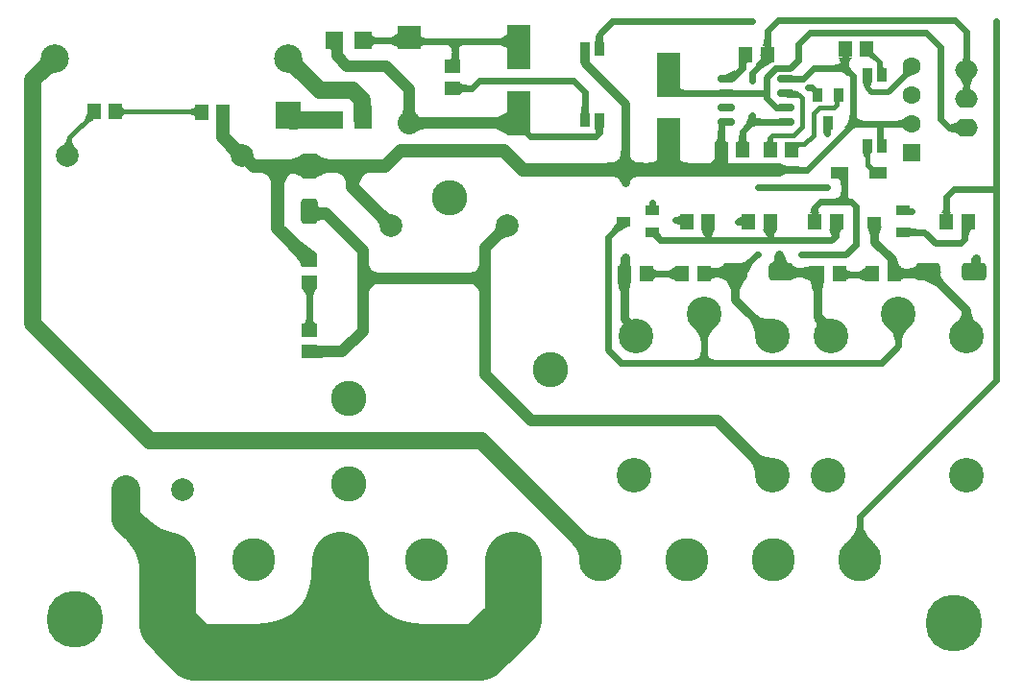
<source format=gbr>
G04*
G04 #@! TF.GenerationSoftware,Altium Limited,Altium Designer,25.0.2 (28)*
G04*
G04 Layer_Physical_Order=1*
G04 Layer_Color=8467419*
%FSTAX25Y25*%
%MOIN*%
G70*
G04*
G04 #@! TF.SameCoordinates,1D9F657F-D979-4B8D-A71A-BEDC461EC683*
G04*
G04*
G04 #@! TF.FilePolarity,Positive*
G04*
G01*
G75*
%ADD19R,0.04724X0.05512*%
%ADD20R,0.06102X0.06102*%
%ADD21R,0.03347X0.04724*%
%ADD22R,0.07874X0.15748*%
%ADD23R,0.05512X0.04724*%
G04:AMPARAMS|DCode=24|XSize=59.06mil|YSize=43.31mil|CornerRadius=3.9mil|HoleSize=0mil|Usage=FLASHONLY|Rotation=0.000|XOffset=0mil|YOffset=0mil|HoleType=Round|Shape=RoundedRectangle|*
%AMROUNDEDRECTD24*
21,1,0.05906,0.03551,0,0,0.0*
21,1,0.05126,0.04331,0,0,0.0*
1,1,0.00780,0.02563,-0.01776*
1,1,0.00780,-0.02563,-0.01776*
1,1,0.00780,-0.02563,0.01776*
1,1,0.00780,0.02563,0.01776*
%
%ADD24ROUNDEDRECTD24*%
%ADD25R,0.03200X0.04800*%
%ADD26R,0.04724X0.03347*%
G04:AMPARAMS|DCode=27|XSize=25.59mil|YSize=59.06mil|CornerRadius=6.4mil|HoleSize=0mil|Usage=FLASHONLY|Rotation=90.000|XOffset=0mil|YOffset=0mil|HoleType=Round|Shape=RoundedRectangle|*
%AMROUNDEDRECTD27*
21,1,0.02559,0.04626,0,0,90.0*
21,1,0.01280,0.05906,0,0,90.0*
1,1,0.01280,0.02313,0.00640*
1,1,0.01280,0.02313,-0.00640*
1,1,0.01280,-0.02313,-0.00640*
1,1,0.01280,-0.02313,0.00640*
%
%ADD27ROUNDEDRECTD27*%
G04:AMPARAMS|DCode=28|XSize=88.58mil|YSize=61.02mil|CornerRadius=15.26mil|HoleSize=0mil|Usage=FLASHONLY|Rotation=180.000|XOffset=0mil|YOffset=0mil|HoleType=Round|Shape=RoundedRectangle|*
%AMROUNDEDRECTD28*
21,1,0.08858,0.03051,0,0,180.0*
21,1,0.05807,0.06102,0,0,180.0*
1,1,0.03051,-0.02904,0.01526*
1,1,0.03051,0.02904,0.01526*
1,1,0.03051,0.02904,-0.01526*
1,1,0.03051,-0.02904,-0.01526*
%
%ADD28ROUNDEDRECTD28*%
G04:AMPARAMS|DCode=29|XSize=88.58mil|YSize=61.02mil|CornerRadius=15.26mil|HoleSize=0mil|Usage=FLASHONLY|Rotation=270.000|XOffset=0mil|YOffset=0mil|HoleType=Round|Shape=RoundedRectangle|*
%AMROUNDEDRECTD29*
21,1,0.08858,0.03051,0,0,270.0*
21,1,0.05807,0.06102,0,0,270.0*
1,1,0.03051,-0.01526,-0.02904*
1,1,0.03051,-0.01526,0.02904*
1,1,0.03051,0.01526,0.02904*
1,1,0.03051,0.01526,-0.02904*
%
%ADD29ROUNDEDRECTD29*%
%ADD53C,0.02362*%
%ADD54C,0.03937*%
%ADD55C,0.09843*%
%ADD56C,0.19685*%
%ADD57C,0.05906*%
%ADD58C,0.03150*%
%ADD59C,0.04724*%
%ADD60C,0.01575*%
%ADD61C,0.01968*%
%ADD62C,0.01181*%
%ADD63R,0.09000X0.09500*%
%ADD64R,0.08000X0.08000*%
%ADD65C,0.08000*%
%ADD66C,0.14961*%
%ADD67C,0.07874*%
%ADD68C,0.12268*%
%ADD69R,0.06299X0.06299*%
%ADD70C,0.06299*%
%ADD71C,0.09843*%
%ADD72C,0.12000*%
%ADD73C,0.19685*%
%ADD74C,0.01968*%
%ADD75O,0.07874X0.06299*%
G36*
X0202244Y0235733D02*
X0202342Y023441D01*
X0202387Y0234197D01*
X0202439Y0234032D01*
X0202501Y0233914D01*
X020257Y0233843D01*
X0202647Y023382D01*
X0199471D01*
X0199548Y0233843D01*
X0199618Y0233914D01*
X0199679Y0234032D01*
X0199732Y0234197D01*
X0199776Y023441D01*
X0199813Y023467D01*
X0199862Y0235331D01*
X0199878Y0236182D01*
X020224D01*
X0202244Y0235733D01*
D02*
G37*
G36*
X0260509Y0234189D02*
X0260544Y0233787D01*
X0260603Y0233433D01*
X0260685Y0233126D01*
X026079Y0232866D01*
X0260918Y0232653D01*
X026107Y0232488D01*
X0261246Y023237D01*
X0261445Y0232299D01*
X0261667Y0232275D01*
X0256966D01*
X0257189Y0232299D01*
X0257387Y023237D01*
X0257563Y0232488D01*
X0257715Y0232653D01*
X0257843Y0232866D01*
X0257948Y0233126D01*
X025803Y0233433D01*
X0258089Y0233787D01*
X0258124Y0234189D01*
X0258135Y0234638D01*
X0260498D01*
X0260509Y0234189D01*
D02*
G37*
G36*
X0131083Y0231949D02*
X0128709Y023313D01*
Y0235492D01*
X0131083Y0236673D01*
Y0231949D01*
D02*
G37*
G36*
X012211Y0236449D02*
X0122181Y0236248D01*
X01223Y0236071D01*
X0122466Y0235917D01*
X012268Y0235787D01*
X0122941Y0235681D01*
X012325Y0235598D01*
X0123606Y0235539D01*
X0124009Y0235504D01*
X012446Y0235492D01*
Y023313D01*
X0124009Y0233118D01*
X0123606Y0233083D01*
X012325Y0233024D01*
X0122941Y0232941D01*
X012268Y0232835D01*
X0122466Y0232705D01*
X01223Y0232551D01*
X0122181Y0232374D01*
X012211Y0232173D01*
X0122086Y0231949D01*
Y0236673D01*
X012211Y0236449D01*
D02*
G37*
G36*
X0169134Y0231669D02*
X0166772Y023285D01*
Y0235213D01*
X0169134Y0236394D01*
Y0231669D01*
D02*
G37*
G36*
X0139059Y0236169D02*
X013913Y0235968D01*
X0139249Y0235791D01*
X0139415Y0235638D01*
X0139629Y0235508D01*
X013989Y0235402D01*
X0140198Y0235319D01*
X0140554Y023526D01*
X0140958Y0235224D01*
X0141409Y0235213D01*
Y023285D01*
X0140958Y0232839D01*
X0140554Y0232803D01*
X0140198Y0232744D01*
X013989Y0232661D01*
X0139629Y0232555D01*
X0139415Y0232425D01*
X0139249Y0232272D01*
X013913Y0232095D01*
X0139059Y0231894D01*
X0139035Y0231669D01*
Y0236394D01*
X0139059Y0236169D01*
D02*
G37*
G36*
X0154602Y023285D02*
X0154154Y0232827D01*
X0153752Y0232756D01*
X0153398Y0232638D01*
X0153091Y0232472D01*
X0152831Y023226D01*
X0152618Y0232D01*
X0152453Y0231693D01*
X0152335Y0231339D01*
X0152264Y0230937D01*
X015224Y0230488D01*
X0149878D01*
X0149854Y0230937D01*
X0149784Y0231339D01*
X0149665Y0231693D01*
X01495Y0232D01*
X0149287Y023226D01*
X0149028Y0232472D01*
X0148721Y0232638D01*
X0148366Y0232756D01*
X0147965Y0232827D01*
X0147516Y023285D01*
X0151059Y0235213D01*
X0154602Y023285D01*
D02*
G37*
G36*
X0112098Y0231272D02*
X011211Y0228949D01*
X0108173D01*
X010817Y0229392D01*
X0108085Y02307D01*
X0108046Y023091D01*
X0108Y0231073D01*
X0107946Y023119D01*
X0107886Y023126D01*
X0107819Y0231284D01*
X0112098Y0231272D01*
D02*
G37*
G36*
X0152246Y0229518D02*
X015233Y0228455D01*
X0152381Y0228195D01*
X0152443Y0227982D01*
X0152516Y0227817D01*
X01526Y0227699D01*
X0152696Y0227628D01*
X0152803Y0227605D01*
X0148697Y0227592D01*
X0148921Y0227617D01*
X0149122Y0227689D01*
X0149299Y0227808D01*
X0149453Y0227974D01*
X0149583Y0228188D01*
X0149689Y0228449D01*
X0149772Y0228757D01*
X0149831Y0229113D01*
X0149866Y0229516D01*
X0149878Y0229967D01*
X015224D01*
X0152246Y0229518D01*
D02*
G37*
G36*
X029609Y0231024D02*
X0296077Y023085D01*
X0296116Y0230646D01*
X0296206Y0230412D01*
X0296349Y0230149D01*
X0296543Y0229855D01*
X0296789Y0229533D01*
X0297436Y0228797D01*
X0297837Y0228385D01*
X029656Y0227435D01*
X0294333Y022856D01*
X0296155Y0231169D01*
X029609Y0231024D01*
D02*
G37*
G36*
X0329752Y0228983D02*
X0329846Y0228095D01*
X0329928Y0227735D01*
X0330034Y022743D01*
X0330163Y022718D01*
X0330316Y0226986D01*
X0330492Y0226847D01*
X0330692Y0226764D01*
X0330915Y0226736D01*
X0326203D01*
X0326426Y0226764D01*
X0326626Y0226847D01*
X0326802Y0226986D01*
X0326955Y022718D01*
X0327084Y022743D01*
X032719Y0227735D01*
X0327272Y0228095D01*
X0327331Y0228511D01*
X0327366Y0228983D01*
X0327378Y022951D01*
X032974D01*
X0329752Y0228983D01*
D02*
G37*
G36*
X0197634Y0226532D02*
X0194484D01*
X0194471Y0229044D01*
X0197647D01*
X0197634Y0226532D01*
D02*
G37*
G36*
X0310151Y0225494D02*
X0310155Y0225458D01*
X0310162Y0225423D01*
X0310171Y0225388D01*
X0310184Y0225354D01*
X0310198Y0225321D01*
X0310216Y0225288D01*
X0310236Y0225257D01*
X031026Y0225226D01*
X0310285Y0225196D01*
X0308833D01*
X0308859Y0225226D01*
X0308882Y0225257D01*
X0308902Y0225288D01*
X030892Y0225321D01*
X0308935Y0225354D01*
X0308947Y0225388D01*
X0308956Y0225423D01*
X0308963Y0225458D01*
X0308967Y0225494D01*
X0308968Y0225532D01*
X031015D01*
X0310151Y0225494D01*
D02*
G37*
G36*
X0251836Y0224872D02*
X0249474D01*
X0249486Y0226788D01*
X0252571D01*
X0251836Y0224872D01*
D02*
G37*
G36*
X0299821Y0224808D02*
X0297471Y0224819D01*
X0297459Y0226394D01*
X0299034D01*
X0299821Y0224808D01*
D02*
G37*
G36*
X0261156Y0226788D02*
X025698Y0224282D01*
X0255296Y0225939D01*
X0255802Y0226461D01*
X0256588Y0227381D01*
X0256868Y0227778D01*
X0257072Y0228133D01*
X0257202Y0228446D01*
X0257256Y0228717D01*
X0257235Y0228946D01*
X0257138Y0229134D01*
X0256966Y0229279D01*
X0261156Y0226788D01*
D02*
G37*
G36*
X0287635Y0226423D02*
X0287668Y0226251D01*
X0287785Y0225827D01*
X0287935Y0225416D01*
X0288119Y022502D01*
X0288336Y0224638D01*
X0288586Y0224269D01*
X028887Y0223914D01*
X0289188Y0223573D01*
X0287517Y0221903D01*
X0287176Y022222D01*
X0286822Y0222504D01*
X0286453Y0222755D01*
X028607Y0222972D01*
X0285674Y0223156D01*
X0285264Y0223306D01*
X028484Y0223423D01*
X0284402Y0223506D01*
X028395Y0223556D01*
X0283485Y0223573D01*
X0282793Y0225935D01*
X0283242Y0225959D01*
X0283643Y022603D01*
X0283998Y0226148D01*
X0284305Y0226313D01*
X0284565Y0226526D01*
X0284777Y0226786D01*
X0284819Y0226864D01*
X0283986Y0228548D01*
X0288686D01*
X0287635Y0226423D01*
D02*
G37*
G36*
X0310235Y0222455D02*
X0309895Y0222373D01*
X030926Y0222174D01*
X0308967Y0222058D01*
X030869Y022193D01*
X0308428Y0221791D01*
X0308182Y022164D01*
X0307952Y0221478D01*
X0307738Y0221305D01*
X030754Y0221121D01*
X0305808Y0222173D01*
X0306007Y0222391D01*
X0306176Y0222618D01*
X0306317Y0222855D01*
X0306429Y0223103D01*
X0306512Y022336D01*
X0306567Y0223627D01*
X0306593Y0223904D01*
X030659Y0224191D01*
X0306558Y0224487D01*
X0306497Y0224794D01*
X0310235Y0222455D01*
D02*
G37*
G36*
X009805Y0227831D02*
X0098111Y0227652D01*
X0098212Y0227447D01*
X0098354Y0227214D01*
X0098537Y0226954D01*
X0099027Y0226353D01*
X0099681Y0225643D01*
X010007Y0225248D01*
X0095894Y0221072D01*
X0095499Y022146D01*
X0094188Y0222604D01*
X0093928Y0222788D01*
X0093695Y022293D01*
X0093489Y0223031D01*
X0093311Y0223091D01*
X0093159Y0223111D01*
X0098031Y0227982D01*
X009805Y0227831D01*
D02*
G37*
G36*
X0011959Y0223111D02*
X0011807Y0223091D01*
X0011629Y0223031D01*
X0011423Y022293D01*
X001119Y0222788D01*
X0010931Y0222604D01*
X0010329Y0222114D01*
X000962Y022146D01*
X0009224Y0221072D01*
X0005048Y0225248D01*
X0005437Y0225643D01*
X0006581Y0226954D01*
X0006764Y0227214D01*
X0006906Y0227447D01*
X0007007Y0227652D01*
X0007068Y0227831D01*
X0007087Y0227982D01*
X0011959Y0223111D01*
D02*
G37*
G36*
X0249758Y0222305D02*
X0249485Y0222027D01*
X0248445Y022082D01*
X0248302Y0220616D01*
X0248081Y0220243D01*
X0248003Y0220075D01*
X0244747Y0222292D01*
X0248088Y0223975D01*
X0249758Y0222305D01*
D02*
G37*
G36*
X0270977Y0222213D02*
Y021985D01*
X0268606Y0219843D01*
Y022222D01*
X0270977Y0222213D01*
D02*
G37*
G36*
X0295043Y0218075D02*
X0293075D01*
X0292471Y0220043D01*
X0295647D01*
X0295043Y0218075D01*
D02*
G37*
G36*
X0329786Y0218661D02*
X0329846Y0218095D01*
X0329928Y0217735D01*
X0330034Y021743D01*
X0330163Y021718D01*
X0330316Y0216986D01*
X0330492Y0216847D01*
X0330692Y0216764D01*
X0330915Y0216736D01*
X0326203D01*
X0326426Y0216764D01*
X0326626Y0216847D01*
X0326802Y0216986D01*
X0326955Y021718D01*
X0327084Y021743D01*
X032719Y0217735D01*
X0327272Y0218095D01*
X0327331Y0218511D01*
X0327341Y0218641D01*
X0326203Y0221327D01*
X0330915D01*
X0329786Y0218661D01*
D02*
G37*
G36*
X0152827Y0219902D02*
X0152898Y0219703D01*
X0153016Y0219528D01*
X0153181Y0219376D01*
X0153393Y0219247D01*
X0153653Y0219142D01*
X015396Y021906D01*
X0154315Y0219002D01*
X0154716Y0218967D01*
X0155165Y0218955D01*
Y0216593D01*
X0154716Y0216581D01*
X0154315Y0216546D01*
X015396Y0216488D01*
X0153653Y0216406D01*
X0153393Y0216301D01*
X0153181Y0216172D01*
X0153016Y021602D01*
X0152898Y0215845D01*
X0152827Y0215646D01*
X0152803Y0215424D01*
Y0220124D01*
X0152827Y0219902D01*
D02*
G37*
G36*
X0250143Y0217213D02*
Y021485D01*
X0247771Y0214843D01*
Y021722D01*
X0250143Y0217213D01*
D02*
G37*
G36*
X0242512Y0214843D02*
X0240141Y021485D01*
Y0217213D01*
X0242512Y021722D01*
Y0214843D01*
D02*
G37*
G36*
X0270497Y0216327D02*
Y0214752D01*
X0268453Y021478D01*
X0268731Y0217107D01*
X0270497Y0216327D01*
D02*
G37*
G36*
X0229008Y0218169D02*
X0229079Y0217969D01*
X0229197Y0217791D01*
X0229362Y0217638D01*
X0229575Y0217508D01*
X0229835Y0217402D01*
X0230142Y0217319D01*
X0230496Y021726D01*
X0230897Y0217224D01*
X0231346Y0217213D01*
Y021485D01*
X0230897Y0214848D01*
X0229362Y0214756D01*
X0229197Y0214721D01*
X0229079Y0214682D01*
X0229008Y0214637D01*
X0228984Y0214587D01*
Y0218394D01*
X0229008Y0218169D01*
D02*
G37*
G36*
X0284283Y0211968D02*
X0282708D01*
X0282707Y021218D01*
X0282654Y0212981D01*
X0282638Y0213037D01*
X0282619Y021307D01*
X0282598Y0213081D01*
X0284609Y0213093D01*
X0284283Y0211968D01*
D02*
G37*
G36*
X0122098Y0209791D02*
X011602D01*
X0116008Y0213572D01*
X0121913D01*
X0122098Y0209791D01*
D02*
G37*
G36*
X0197244Y0210933D02*
X0197342Y020961D01*
X0197387Y0209397D01*
X019744Y0209232D01*
X0197501Y0209114D01*
X019757Y0209043D01*
X0197647Y0209019D01*
X0194471D01*
X0194548Y0209043D01*
X0194617Y0209114D01*
X0194679Y0209232D01*
X0194731Y0209397D01*
X0194776Y020961D01*
X0194813Y020987D01*
X0194862Y0210531D01*
X0194878Y0211382D01*
X019724D01*
X0197244Y0210933D01*
D02*
G37*
G36*
X0137036Y0211025D02*
X0137102Y0210252D01*
X0137161Y0209908D01*
X0137235Y0209591D01*
X0137327Y0209303D01*
X0137435Y0209042D01*
X013756Y0208809D01*
X0137701Y0208604D01*
X0137859Y0208427D01*
X0132259D01*
X0132417Y0208604D01*
X0132558Y0208809D01*
X0132683Y0209042D01*
X0132791Y0209303D01*
X0132883Y0209591D01*
X0132957Y0209908D01*
X0133016Y0210252D01*
X0133057Y0210625D01*
X0133091Y0211453D01*
X0137028D01*
X0137036Y0211025D01*
D02*
G37*
G36*
X0060721Y0208031D02*
X0059134Y0208818D01*
Y0210393D01*
X0060721Y021118D01*
Y0208031D01*
D02*
G37*
G36*
X0035636Y0211031D02*
X0035684Y0210897D01*
X0035763Y0210779D01*
X0035874Y0210676D01*
X0036017Y021059D01*
X0036191Y0210519D01*
X0036398Y0210464D01*
X0036636Y0210424D01*
X0036905Y0210401D01*
X0037207Y0210393D01*
Y0208818D01*
X0036905Y020881D01*
X0036636Y0208787D01*
X0036398Y0208747D01*
X0036191Y0208692D01*
X0036017Y0208621D01*
X0035874Y0208535D01*
X0035763Y0208432D01*
X0035684Y0208314D01*
X0035636Y020818D01*
X003562Y0208031D01*
Y021118D01*
X0035636Y0211031D01*
D02*
G37*
G36*
X0025679Y0206874D02*
X0023451Y0205748D01*
X0022338Y0206862D01*
X0023463Y0209089D01*
X0025679Y0206874D01*
D02*
G37*
G36*
X0174558Y0207031D02*
X0174492Y0206898D01*
X0174433Y0206748D01*
X0174382Y0206579D01*
X0174338Y0206391D01*
X0174303Y0206185D01*
X0174256Y0205718D01*
X0174244Y0205457D01*
X017424Y0205177D01*
X0171878D01*
X0171874Y0205457D01*
X0171815Y0206185D01*
X017178Y0206391D01*
X0171737Y0206579D01*
X0171685Y0206748D01*
X0171626Y0206898D01*
X017156Y0207031D01*
X0171485Y0207145D01*
X0174633D01*
X0174558Y0207031D01*
D02*
G37*
G36*
X0263347Y0204843D02*
X0260976Y020485D01*
Y0207213D01*
X0263347Y020722D01*
Y0204843D01*
D02*
G37*
G36*
X010602Y0203713D02*
X0100114Y0203799D01*
Y0209705D01*
X010602Y0209791D01*
Y0203713D01*
D02*
G37*
G36*
X030731Y0203327D02*
X0307104Y0203521D01*
X0306886Y0203695D01*
X0306658Y0203849D01*
X0306418Y0203982D01*
X0306168Y0204095D01*
X0305907Y0204187D01*
X0305634Y0204258D01*
X030535Y020431D01*
X0305055Y020434D01*
X0304749Y020435D01*
Y0206713D01*
X0305055Y0206723D01*
X030535Y0206753D01*
X0305634Y0206805D01*
X0305907Y0206876D01*
X0306168Y0206968D01*
X0306418Y0207081D01*
X0306658Y0207214D01*
X0306886Y0207368D01*
X0307104Y0207542D01*
X030731Y0207736D01*
Y0203327D01*
D02*
G37*
G36*
X0255264Y0208281D02*
X0255335Y0208057D01*
X0255453Y0207859D01*
X0255618Y0207687D01*
X0255831Y0207542D01*
X025609Y0207424D01*
X0256398Y0207331D01*
X0256752Y0207265D01*
X0257154Y0207226D01*
X0257602Y0207213D01*
X025691Y020485D01*
X0256445Y0204834D01*
X0255993Y0204784D01*
X0255555Y02047D01*
X0255131Y0204583D01*
X0254721Y0204433D01*
X0254325Y0204249D01*
X0253942Y0204032D01*
X0253574Y0203781D01*
X0253219Y0203497D01*
X0252878Y020318D01*
X0251208Y020485D01*
X0251525Y0205188D01*
X0251809Y0205532D01*
X025206Y0205883D01*
X0252277Y0206241D01*
X025246Y0206606D01*
X0252611Y0206977D01*
X0252728Y0207356D01*
X0252811Y0207741D01*
X0252861Y0208133D01*
X0252878Y0208531D01*
X025524D01*
X0255264Y0208281D01*
D02*
G37*
G36*
X0138093Y0208213D02*
X0138297Y0208071D01*
X013853Y0207947D01*
X0138791Y0207839D01*
X0139079Y0207747D01*
X0139396Y0207672D01*
X0139741Y0207614D01*
X0140113Y0207573D01*
X0140941Y0207539D01*
Y0203602D01*
X0140513Y0203594D01*
X0139741Y0203527D01*
X0139396Y0203469D01*
X0139079Y0203395D01*
X0138791Y0203303D01*
X013853Y0203195D01*
X0138297Y020307D01*
X0138093Y0202929D01*
X0137916Y0202771D01*
Y0208371D01*
X0138093Y0208213D01*
D02*
G37*
G36*
X0290264Y0208626D02*
X0290335Y0208224D01*
X0290453Y020787D01*
X0290618Y0207563D01*
X0290831Y0207303D01*
X029109Y020709D01*
X0291398Y0206925D01*
X0291752Y0206807D01*
X0292154Y0206736D01*
X0292602Y0206713D01*
X0291911Y020435D01*
X0291445Y0204334D01*
X0290993Y0204284D01*
X0290555Y02042D01*
X0290131Y0204083D01*
X0289721Y0203933D01*
X0289325Y0203749D01*
X0288942Y0203532D01*
X0288574Y0203281D01*
X0288219Y0202997D01*
X0287878Y020268D01*
X0286208Y020435D01*
X0286525Y0204691D01*
X0286809Y0205046D01*
X0287059Y0205415D01*
X0287277Y0205797D01*
X028746Y0206194D01*
X0287611Y0206604D01*
X0287728Y0207028D01*
X0287811Y0207466D01*
X0287861Y0207917D01*
X0287878Y0208383D01*
X029024Y0209075D01*
X0290264Y0208626D01*
D02*
G37*
G36*
X020224Y0202415D02*
X0199878D01*
X0199471Y0204243D01*
X0202647D01*
X020224Y0202415D01*
D02*
G37*
G36*
X0281276Y0203259D02*
X0281266Y0203222D01*
X0281257Y0203159D01*
X0281249Y0203071D01*
X028123Y020247D01*
X0281228Y0202019D01*
X0278866D01*
X0278878Y020326D01*
X0281288Y0203272D01*
X0281276Y0203259D01*
D02*
G37*
G36*
X0325418Y0201974D02*
X0322559Y020285D01*
Y0205213D01*
X0325418Y0206089D01*
Y0201974D01*
D02*
G37*
G36*
X0169134Y0201634D02*
X0165197Y0203602D01*
Y0207539D01*
X0169134Y0209508D01*
Y0201634D01*
D02*
G37*
G36*
X0252009Y0200975D02*
X0252044Y0200574D01*
X0252103Y0200219D01*
X0252185Y0199912D01*
X025229Y0199653D01*
X0252418Y019944D01*
X0252571Y0199275D01*
X0252746Y0199156D01*
X0252945Y0199086D01*
X0253167Y0199062D01*
X0248466D01*
X0248689Y0199086D01*
X0248887Y0199156D01*
X0249063Y0199275D01*
X0249215Y019944D01*
X0249343Y0199653D01*
X0249448Y0199912D01*
X024953Y0200219D01*
X0249589Y0200574D01*
X0249624Y0200975D01*
X0249635Y0201424D01*
X0251998D01*
X0252009Y0200975D01*
D02*
G37*
G36*
X0261132Y0200308D02*
X0261155Y0200038D01*
X0261194Y0199801D01*
X0261249Y0199595D01*
X026132Y019942D01*
X0261406Y0199278D01*
X0261509Y0199167D01*
X0261626Y0199087D01*
X026176Y019904D01*
X0261909Y0199024D01*
X0258763D01*
X0258912Y019904D01*
X0259046Y0199087D01*
X0259164Y0199167D01*
X0259266Y0199278D01*
X0259352Y019942D01*
X0259423Y0199595D01*
X0259478Y0199801D01*
X0259517Y0200038D01*
X0259541Y0200308D01*
X0259549Y0200609D01*
X0261124D01*
X0261132Y0200308D01*
D02*
G37*
G36*
X0244522Y0202207D02*
X0244664Y0200063D01*
X0244704Y0199912D01*
X024481Y0199653D01*
X0244938Y019944D01*
X024509Y0199275D01*
X0245266Y0199156D01*
X0245464Y0199086D01*
X0245686Y0199062D01*
X024473D01*
X0244758Y0198653D01*
X0244831Y0198348D01*
X0244914Y0198127D01*
X0245008Y0197987D01*
X0241665D01*
X0241758Y0198127D01*
X0241841Y0198348D01*
X0241915Y0198653D01*
X0241979Y0199039D01*
X0241981Y0199062D01*
X0240986D01*
X0241208Y0199086D01*
X0241407Y0199156D01*
X0241582Y0199275D01*
X0241734Y019944D01*
X0241863Y0199653D01*
X0241968Y0199912D01*
X024205Y0200219D01*
X0242091Y0200466D01*
X024215Y0202207D01*
X0242155Y0203088D01*
X0244517D01*
X0244522Y0202207D01*
D02*
G37*
G36*
X0271742Y0197473D02*
X0271441Y0197465D01*
X0271172Y0197442D01*
X0270934Y0197402D01*
X0270728Y0197347D01*
X0270553Y0197276D01*
X0270411Y019719D01*
X0270299Y0197087D01*
X0270219Y0196969D01*
X0270171Y0196835D01*
X0270155Y0196686D01*
X0270167Y0199036D01*
X0271742Y0199048D01*
Y0197473D01*
D02*
G37*
G36*
X0017956Y0200259D02*
X0017973Y0199992D01*
X0018024Y01997D01*
X0018109Y0199385D01*
X0018227Y0199045D01*
X001838Y0198682D01*
X0018787Y0197882D01*
X0019042Y0197445D01*
X0019652Y01965D01*
X0014246Y0197574D01*
X0014652Y0197856D01*
X0015015Y0198141D01*
X0015335Y0198431D01*
X0015612Y0198725D01*
X0015847Y0199024D01*
X0016039Y0199326D01*
X0016189Y0199633D01*
X0016296Y0199944D01*
X001636Y0200259D01*
X0016381Y0200579D01*
X0017956Y0200259D01*
D02*
G37*
G36*
X0075121Y0199536D02*
X007617Y0198621D01*
X0076377Y0198475D01*
X0076564Y0198361D01*
X0076728Y019828D01*
X0076871Y0198232D01*
X0076992Y0198216D01*
X0073095Y0194319D01*
X0073079Y019444D01*
X0073031Y0194583D01*
X007295Y0194747D01*
X0072836Y0194934D01*
X007269Y0195141D01*
X0072298Y0195622D01*
X0071775Y019619D01*
X0071464Y0196507D01*
X0074804Y0199847D01*
X0075121Y0199536D01*
D02*
G37*
G36*
X0294847Y0193669D02*
X0293272D01*
X0292484Y0195255D01*
X0295634D01*
X0294847Y0193669D01*
D02*
G37*
G36*
X0098189Y0186611D02*
X0097738Y0186954D01*
X0097268Y0187262D01*
X0096778Y0187532D01*
X0096268Y0187767D01*
X0095738Y0187966D01*
X0095188Y0188128D01*
X0094862Y0188201D01*
X0094236Y0187992D01*
X0093622Y0187661D01*
X0093102Y0187236D01*
X0092677Y0186717D01*
X0092347Y0186102D01*
X009211Y0185394D01*
X0091969Y0184591D01*
X0091921Y0183693D01*
X0087197D01*
X008715Y0184591D01*
X0087008Y0185394D01*
X0086772Y0186102D01*
X0086441Y0186717D01*
X0086016Y0187236D01*
X0085496Y0187661D01*
X0084882Y0187992D01*
X0084173Y0188228D01*
X008337Y018837D01*
X0082472Y0188417D01*
X0089559Y0193142D01*
X0092788Y0190989D01*
Y0193142D01*
X0093418Y019316D01*
X0094028Y0193214D01*
X0094618Y0193304D01*
X0095188Y0193431D01*
X0095738Y0193593D01*
X0096268Y0193792D01*
X0096778Y0194027D01*
X0097268Y0194298D01*
X0097738Y0194605D01*
X0098189Y0194948D01*
Y0186611D01*
D02*
G37*
G36*
X0296283Y019068D02*
X0294737Y0189135D01*
X0293612Y0190692D01*
X0294725Y0191806D01*
X0296283Y019068D01*
D02*
G37*
G36*
X0265368Y019111D02*
X0265589Y0191026D01*
X0265894Y0190953D01*
X026628Y0190889D01*
X02673Y0190791D01*
X0269448Y0190717D01*
X0270329Y0190713D01*
Y018835D01*
X0269448Y0188346D01*
X0265894Y018811D01*
X0265589Y0188037D01*
X0265368Y0187953D01*
X0265228Y018786D01*
Y0191203D01*
X0265368Y019111D01*
D02*
G37*
G36*
X0227468Y0195721D02*
X022761Y0194917D01*
X0227847Y0194209D01*
X0228177Y0193595D01*
X0228602Y0193075D01*
X0229122Y019265D01*
X0229736Y0192319D01*
X0230445Y0192083D01*
X0231248Y0191941D01*
X0232146Y0191894D01*
X0225059Y0187169D01*
X0217972Y0191894D01*
X021887Y0191941D01*
X0219673Y0192083D01*
X0220382Y0192319D01*
X0220996Y019265D01*
X0221516Y0193075D01*
X0221941Y0193595D01*
X0222272Y0194209D01*
X0222508Y0194917D01*
X022265Y0195721D01*
X0222697Y0196618D01*
X0227421D01*
X0227468Y0195721D01*
D02*
G37*
G36*
X010338Y0194605D02*
X010385Y0194298D01*
X010434Y0194027D01*
X010485Y0193792D01*
X010538Y0193593D01*
X010593Y0193431D01*
X01065Y0193304D01*
X010709Y0193214D01*
X01077Y019316D01*
X010833Y0193142D01*
Y0188417D01*
X01077Y0188399D01*
X010709Y0188345D01*
X01065Y0188255D01*
X010593Y0188128D01*
X010538Y0187966D01*
X010485Y0187767D01*
X010434Y0187532D01*
X010385Y0187262D01*
X010338Y0186954D01*
X010293Y0186611D01*
Y0194948D01*
X010338Y0194605D01*
D02*
G37*
G36*
X021166Y0194712D02*
X0211681Y0194445D01*
X0211823Y019391D01*
X0212059Y0193437D01*
X021239Y0193028D01*
X0212815Y0192681D01*
X0213335Y0192398D01*
X0213949Y0192177D01*
X0214657Y019202D01*
X0215461Y0191925D01*
X0216358Y0191894D01*
Y0187169D01*
X0215461Y0187148D01*
X0214657Y0187084D01*
X0213949Y0186977D01*
X0213335Y0186827D01*
X0212815Y0186635D01*
X021239Y01864D01*
X0212059Y0186122D01*
X0211823Y0185801D01*
X0211681Y0185438D01*
X0211634Y0185031D01*
X0208484D01*
X0208437Y0185438D01*
X0208295Y0185801D01*
X0208059Y0186122D01*
X0207728Y01864D01*
X0207303Y0186635D01*
X0206784Y0186827D01*
X0206169Y0186977D01*
X0205461Y0187084D01*
X0204658Y0187148D01*
X020376Y0187169D01*
Y0191894D01*
X0204658Y0191925D01*
X0205461Y019202D01*
X0206169Y0192177D01*
X0206784Y0192398D01*
X0207303Y0192681D01*
X0207728Y0193028D01*
X0208059Y0193437D01*
X0208295Y019391D01*
X0208437Y0194445D01*
X0208475Y0194923D01*
X0208484Y0196017D01*
X0211634D01*
X021166Y0194712D01*
D02*
G37*
G36*
X028734Y018655D02*
X0287319Y0186449D01*
X0287301Y0186305D01*
X0287271Y0185888D01*
X028724Y0184095D01*
X0284878Y0184009D01*
X0284866Y0184473D01*
X0284831Y0184887D01*
X0284772Y018525D01*
X0284689Y0185563D01*
X0284583Y0185826D01*
X0284453Y0186038D01*
X0284299Y01862D01*
X0284122Y0186311D01*
X0283921Y0186372D01*
X0283697Y0186383D01*
X0287364Y0186609D01*
X028734Y018655D01*
D02*
G37*
G36*
X0122646Y0188417D02*
X0121748Y018837D01*
X0120945Y0188228D01*
X0120236Y0187992D01*
X0119622Y0187661D01*
X0119102Y0187236D01*
X0118677Y0186717D01*
X0118347Y0186102D01*
X011811Y0185394D01*
X0117968Y0184591D01*
X0117921Y0183693D01*
X0113197D01*
X011315Y0184591D01*
X0113008Y0185394D01*
X0112772Y0186102D01*
X0112441Y0186717D01*
X0112016Y0187236D01*
X0111496Y0187661D01*
X0110882Y0187992D01*
X0110173Y0188228D01*
X010937Y018837D01*
X0108472Y0188417D01*
X0115559Y0193142D01*
X0122646Y0188417D01*
D02*
G37*
G36*
X0287251Y0181411D02*
X0287284Y0181009D01*
X0287339Y0180655D01*
X0287417Y0180348D01*
X0287516Y0180088D01*
X0287638Y0179876D01*
X0287781Y017971D01*
X0287947Y0179592D01*
X0288134Y0179521D01*
X0288344Y0179498D01*
X0286059Y0177136D01*
X0282516Y0179498D01*
X0282965Y0179521D01*
X0283366Y0179592D01*
X028372Y017971D01*
X0284028Y0179876D01*
X0284287Y0180088D01*
X02845Y0180348D01*
X0284665Y0180655D01*
X0284784Y0181009D01*
X0284854Y0181411D01*
X0284878Y018186D01*
X028724D01*
X0287251Y0181411D01*
D02*
G37*
G36*
X0322752Y0176156D02*
X0322787Y0175754D01*
X0322845Y01754D01*
X0322927Y0175093D01*
X0323032Y0174833D01*
X0323161Y017462D01*
X0323313Y0174455D01*
X0323488Y0174337D01*
X0323687Y0174266D01*
X0323909Y0174242D01*
X0319209D01*
X0319431Y0174266D01*
X031963Y0174337D01*
X0319805Y0174455D01*
X0319957Y017462D01*
X0320086Y0174833D01*
X0320191Y0175093D01*
X0320273Y01754D01*
X0320331Y0175754D01*
X0320366Y0176156D01*
X0320378Y0176604D01*
X032274D01*
X0322752Y0176156D01*
D02*
G37*
G36*
X0277028Y0176043D02*
X0277059Y0175662D01*
X0277111Y0175327D01*
X0277184Y0175036D01*
X0277278Y017479D01*
X0277393Y0174588D01*
X0277529Y0174432D01*
X0277686Y017432D01*
X0277863Y0174253D01*
X0278062Y017423D01*
X0273611D01*
X0273809Y0174253D01*
X0273987Y017432D01*
X0274143Y0174432D01*
X0274279Y0174588D01*
X0274394Y017479D01*
X0274488Y0175036D01*
X0274561Y0175327D01*
X0274613Y0175662D01*
X0274645Y0176043D01*
X0274655Y0176468D01*
X0277017D01*
X0277028Y0176043D01*
D02*
G37*
G36*
X0103618Y0176845D02*
X0103698Y017672D01*
X0103832Y0176609D01*
X0104021Y0176513D01*
X0104266Y0176432D01*
X0104565Y0176366D01*
X0104919Y0176314D01*
X0105328Y0176278D01*
X0106311Y0176248D01*
Y0172311D01*
X0103487Y0171578D01*
X0103594Y0176985D01*
X0103618Y0176845D01*
D02*
G37*
G36*
X0228998Y0170429D02*
X0227493Y0170741D01*
Y0173103D01*
X0228998Y0173415D01*
Y0170429D01*
D02*
G37*
G36*
X0250498Y0170105D02*
X0249059Y017035D01*
Y0172713D01*
X0250498Y0172959D01*
Y0170105D01*
D02*
G37*
G36*
X012703Y0175288D02*
X0128079Y0174373D01*
X0128287Y0174227D01*
X0128473Y0174113D01*
X0128638Y0174032D01*
X012878Y0173984D01*
X0128902Y0173968D01*
X0125004Y0170071D01*
X0124989Y0170192D01*
X0124941Y0170335D01*
X012486Y0170499D01*
X0124746Y0170686D01*
X0124599Y0170893D01*
X0124207Y0171374D01*
X0123684Y0171942D01*
X0123373Y0172259D01*
X0126714Y0175599D01*
X012703Y0175288D01*
D02*
G37*
G36*
X0211317Y0169902D02*
X0207141Y0167385D01*
X0205617Y0169201D01*
X0206117Y0169718D01*
X0206896Y0170629D01*
X0207174Y0171024D01*
X0207379Y0171378D01*
X0207511Y0171692D01*
X0207569Y0171965D01*
X0207553Y0172198D01*
X0207463Y017239D01*
X02073Y0172542D01*
X0211317Y0169902D01*
D02*
G37*
G36*
X0298213Y0166741D02*
X0295063D01*
X0294288Y016989D01*
X0298988D01*
X0298213Y0166741D01*
D02*
G37*
G36*
X028424Y0166532D02*
X0281878D01*
X0280966Y0168754D01*
X0285282D01*
X028424Y0166532D01*
D02*
G37*
G36*
X0239998Y0166418D02*
X0237635D01*
X0236466Y0168781D01*
X0241167D01*
X0239998Y0166418D01*
D02*
G37*
G36*
X0329039Y0166392D02*
X0326677D01*
X0326689Y0168754D01*
X0330221D01*
X0329039Y0166392D01*
D02*
G37*
G36*
X0261498D02*
X0259135D01*
X0257966Y0168754D01*
X0262667D01*
X0261498Y0166392D01*
D02*
G37*
G36*
X0308833Y0169402D02*
X0308904Y016932D01*
X0309022Y0169248D01*
X0309187Y0169185D01*
X03094Y0169133D01*
X030966Y0169089D01*
X0309967Y0169056D01*
X0310723Y0169017D01*
X0311172Y0169013D01*
Y016665D01*
X0310723Y0166646D01*
X030966Y0166574D01*
X03094Y016653D01*
X0309187Y0166478D01*
X0309022Y0166415D01*
X0308904Y0166343D01*
X0308833Y0166261D01*
X0308809Y016617D01*
Y0169493D01*
X0308833Y0169402D01*
D02*
G37*
G36*
X0169059Y0166095D02*
X0168834Y0166081D01*
X01686Y0166037D01*
X0168358Y0165961D01*
X0168106Y0165854D01*
X0167845Y0165716D01*
X0167576Y0165547D01*
X0167297Y0165347D01*
X016701Y0165115D01*
X0166409Y0164558D01*
X0163625Y0167342D01*
X0163919Y0167647D01*
X0164413Y0168231D01*
X0164614Y0168509D01*
X0164783Y0168778D01*
X0164921Y0169039D01*
X0165028Y0169291D01*
X0165104Y0169533D01*
X0165148Y0169767D01*
X0165162Y0169992D01*
X0169059Y0166095D01*
D02*
G37*
G36*
X0223102Y0165867D02*
X0221431Y0164196D01*
X022101Y0164611D01*
X0219449Y0165964D01*
X0219245Y0166091D01*
X0219077Y0166169D01*
X0218946Y01662D01*
X021885Y0166182D01*
X0221797Y0167766D01*
X0223102Y0165867D01*
D02*
G37*
G36*
X0333224Y0158487D02*
X0333305Y0157224D01*
X033333Y0157136D01*
X0333359Y0157083D01*
X0333391Y0157066D01*
X0329905D01*
X0329937Y0157083D01*
X0329966Y0157136D01*
X0329991Y0157224D01*
X0330013Y0157347D01*
X0330031Y0157505D01*
X0330058Y0157926D01*
X0330073Y0158821D01*
X0333223D01*
X0333224Y0158487D01*
D02*
G37*
G36*
X0266513Y0157066D02*
X0260609Y015696D01*
X026087Y0156996D01*
X0261104Y0157091D01*
X026131Y0157247D01*
X0261489Y0157464D01*
X0261641Y015774D01*
X0261764Y0158078D01*
X026186Y0158476D01*
X0261929Y0158934D01*
X026197Y0159452D01*
X0261984Y0160031D01*
X0265134D01*
X0266513Y0157066D01*
D02*
G37*
G36*
X0254406Y0157078D02*
X0252724Y0153737D01*
X0249395Y0157066D01*
X0249577Y0156934D01*
X0249794Y0156868D01*
X0250044Y0156869D01*
X0250327Y0156937D01*
X0250644Y0157072D01*
X0250995Y0157274D01*
X025138Y0157542D01*
X0251798Y0157877D01*
X0252735Y0158748D01*
X0254406Y0157078D01*
D02*
G37*
G36*
X0305017Y0156062D02*
X0300966Y0156074D01*
X0301024Y0156096D01*
X0301076Y0156161D01*
X0301121Y0156269D01*
X0301161Y0156421D01*
X0301194Y0156617D01*
X0301222Y0156856D01*
X0301258Y0157464D01*
X030127Y0158245D01*
X030442D01*
X0305017Y0156062D01*
D02*
G37*
G36*
X0211639Y0158465D02*
X0211772Y0156794D01*
X0211833Y0156525D01*
X0211905Y0156316D01*
X0211987Y0156167D01*
X0212081Y0156078D01*
X0212186Y0156048D01*
X0207486D01*
X0207676Y0156078D01*
X0207845Y0156167D01*
X0207995Y0156316D01*
X0208125Y0156525D01*
X0208235Y0156794D01*
X0208325Y0157122D01*
X0208394Y015751D01*
X0208444Y0157957D01*
X0208484Y0159031D01*
X0211634D01*
X0211639Y0158465D01*
D02*
G37*
G36*
X0103303Y0160362D02*
X0097815Y0155662D01*
X0097769Y0156041D01*
X0097631Y0156477D01*
X00974Y0156971D01*
X0097076Y0157523D01*
X0096661Y0158131D01*
X0096153Y0158797D01*
X009486Y01603D01*
X0093198Y0162032D01*
X0096539Y0165373D01*
X0103303Y0160362D01*
D02*
G37*
G36*
X0244563Y0151241D02*
X0244335Y0151406D01*
X0244075Y0151553D01*
X0243781Y0151682D01*
X0243454Y0151795D01*
X0243094Y015189D01*
X0242701Y0151968D01*
X0242275Y0152028D01*
X0241847Y0152059D01*
X0241683Y0152045D01*
X024121Y0151969D01*
X0240801Y0151863D01*
X0240454Y0151726D01*
X0240171Y0151559D01*
X023995Y0151361D01*
X0239793Y0151133D01*
X0239698Y0150875D01*
X0239667Y0150586D01*
Y0156074D01*
X0239698Y0155918D01*
X0239793Y0155779D01*
X023995Y0155657D01*
X0240171Y015555D01*
X0240454Y015546D01*
X0240801Y0155386D01*
X024121Y0155329D01*
X024155Y01553D01*
X024167Y0155311D01*
X0242096Y0155379D01*
X0242495Y0155476D01*
X0242868Y01556D01*
X0243214Y0155751D01*
X0243534Y015593D01*
X0243827Y0156137D01*
X0244093Y0156371D01*
X0244332Y0156632D01*
X0244563Y0151241D01*
D02*
G37*
G36*
X0311562D02*
X0311368Y0151377D01*
X0311135Y0151499D01*
X0310862Y0151606D01*
X0310549Y0151699D01*
X0310197Y0151778D01*
X0309805Y0151842D01*
X0308903Y0151928D01*
X0308432Y0151948D01*
X0308218Y0151943D01*
X0307682Y0151902D01*
X030721Y0151833D01*
X0306801Y0151737D01*
X0306454Y0151614D01*
X0306171Y0151463D01*
X030595Y0151285D01*
X0305793Y0151079D01*
X0305698Y0150847D01*
X0305667Y0150586D01*
Y0156074D01*
X0305698Y015589D01*
X0305793Y0155726D01*
X030595Y015558D01*
X0306171Y0155455D01*
X0306454Y0155348D01*
X0306801Y0155261D01*
X030721Y0155193D01*
X0307682Y0155145D01*
X0308237Y0155126D01*
X030863Y0155167D01*
X0309044Y0155244D01*
X0309437Y015535D01*
X0309807Y0155488D01*
X0310156Y0155656D01*
X0310482Y0155854D01*
X0310787Y0156083D01*
X0311071Y0156343D01*
X0311332Y0156632D01*
X0311562Y0151241D01*
D02*
G37*
G36*
X0227498Y0150955D02*
X0225124Y0152136D01*
Y0154498D01*
X0227498Y0155679D01*
Y0150955D01*
D02*
G37*
G36*
X0219678Y0155455D02*
X021975Y0155254D01*
X0219868Y0155077D01*
X0220035Y0154923D01*
X0220248Y0154793D01*
X022051Y0154687D01*
X0220818Y0154604D01*
X0221174Y0154545D01*
X0221578Y015451D01*
X0222029Y0154498D01*
Y0152136D01*
X0221578Y0152124D01*
X0221174Y0152089D01*
X0220818Y015203D01*
X022051Y0151947D01*
X0220248Y0151841D01*
X0220035Y0151711D01*
X0219868Y0151557D01*
X021975Y015138D01*
X0219678Y0151179D01*
X0219655Y0150955D01*
Y0155679D01*
X0219678Y0155455D01*
D02*
G37*
G36*
X0293498Y0150656D02*
X0291124Y0151837D01*
Y01542D01*
X0293498Y0155381D01*
Y0150656D01*
D02*
G37*
G36*
X0286679Y0155156D02*
X028675Y0154955D01*
X0286868Y0154778D01*
X0287035Y0154625D01*
X0287248Y0154495D01*
X0287509Y0154389D01*
X0287818Y0154306D01*
X0288174Y0154247D01*
X0288578Y0154211D01*
X0289029Y01542D01*
Y0151837D01*
X0288578Y0151826D01*
X0288174Y015179D01*
X0287818Y0151731D01*
X0287509Y0151648D01*
X0287248Y0151542D01*
X0287035Y0151412D01*
X0286868Y0151259D01*
X028675Y0151082D01*
X0286679Y0150881D01*
X0286655Y0150656D01*
Y0155381D01*
X0286679Y0155156D01*
D02*
G37*
G36*
X0319484Y015388D02*
X0319344Y0153643D01*
X0319306Y0153349D01*
X0319368Y0152999D01*
X031953Y0152593D01*
X0319794Y015213D01*
X0320157Y0151612D01*
X0320622Y0151036D01*
X0321853Y0149717D01*
X0318357Y0148758D01*
X0313903Y0150997D01*
X0319724Y0154061D01*
X0319484Y015388D01*
D02*
G37*
G36*
X0249886Y0147835D02*
X0246736D01*
X0245163Y0151021D01*
X0251459D01*
X0249886Y0147835D01*
D02*
G37*
G36*
X0268279Y0156368D02*
X0268547Y0156132D01*
X0268841Y0155924D01*
X0269161Y0155743D01*
X0269507Y015559D01*
X026988Y0155465D01*
X0270279Y0155368D01*
X0270704Y0155298D01*
X0271155Y0155256D01*
X0271367Y015525D01*
X0274486Y0156048D01*
Y015056D01*
X0279186D01*
X0278411Y014741D01*
X0275261D01*
X0274486Y015056D01*
X0271344Y0152089D01*
X0271041Y0152084D01*
X0270086Y0152016D01*
X026966Y0151957D01*
X0269267Y015188D01*
X0268907Y0151786D01*
X0268582Y0151676D01*
X026829Y0151548D01*
X0268032Y0151403D01*
X0267808Y0151241D01*
X0268038Y0156632D01*
X0268279Y0156368D01*
D02*
G37*
G36*
X0211411Y014741D02*
X0208261D01*
X0207486Y015056D01*
X0212186D01*
X0211411Y014741D01*
D02*
G37*
G36*
X0121028Y0157687D02*
X0121028Y0157687D01*
X0121065Y0156978D01*
X0121067Y0156939D01*
X0121185Y015627D01*
X0121382Y0155679D01*
X0121658Y0155167D01*
X0122012Y0154734D01*
X0122445Y015438D01*
X0122681Y0154253D01*
X0122957Y0154104D01*
X0123547Y0153908D01*
X0124217Y0153789D01*
X0124256Y0153787D01*
X0124965Y015375D01*
Y015375D01*
X0124965D01*
Y0149813D01*
X0124217Y0149774D01*
X0123547Y0149655D01*
X0122957Y0149459D01*
X0122445Y0149183D01*
X0122012Y0148829D01*
X0121658Y0148396D01*
X0121382Y0147884D01*
X0121185Y0147293D01*
X0121067Y0146624D01*
X0121028Y0145876D01*
X0121028Y0145876D01*
Y0145876D01*
X0117091Y0151781D01*
X0121028Y0157687D01*
Y0157687D01*
D02*
G37*
G36*
X0163528Y0151781D02*
X0159591Y0145876D01*
X0159551Y0146624D01*
X0159433Y0147293D01*
X0159236Y0147884D01*
X0158961Y0148396D01*
X0158606Y0148829D01*
X0158173Y0149183D01*
X0157661Y0149459D01*
X0157071Y0149655D01*
X0156402Y0149774D01*
X0155654Y0149813D01*
Y015375D01*
X0156402Y0153789D01*
X0157071Y0153908D01*
X0157661Y0154104D01*
X0158173Y015438D01*
X0158606Y0154734D01*
X0158961Y0155167D01*
X0159236Y0155679D01*
X0159433Y015627D01*
X0159551Y0156939D01*
X0159591Y0157687D01*
X0163528Y0151781D01*
D02*
G37*
G36*
X010174Y0145819D02*
X0099378D01*
X0098197Y0148193D01*
X0102921D01*
X010174Y0145819D01*
D02*
G37*
G36*
X0330156Y0140236D02*
X0330221Y0139709D01*
X033033Y0139203D01*
X0330483Y0138718D01*
X0330679Y0138253D01*
X033092Y0137809D01*
X0331203Y0137386D01*
X0331531Y0136984D01*
X0331902Y0136602D01*
X0332316Y0136241D01*
X0324802D01*
X0325217Y0136602D01*
X0325588Y0136984D01*
X0325915Y0137386D01*
X0326199Y0137809D01*
X0326439Y0138253D01*
X0326635Y0138718D01*
X0326788Y0139203D01*
X0326897Y0139709D01*
X0326962Y0140236D01*
X0326984Y0140783D01*
X0330134D01*
X0330156Y0140236D01*
D02*
G37*
G36*
X0101752Y0138016D02*
X0101787Y0137612D01*
X0101847Y0137256D01*
X0101929Y0136947D01*
X0102035Y0136686D01*
X0102165Y0136472D01*
X0102319Y0136306D01*
X0102496Y0136188D01*
X0102697Y0136116D01*
X0102921Y0136092D01*
X0098197D01*
X0098421Y0136116D01*
X0098622Y0136188D01*
X0098799Y0136306D01*
X0098953Y0136472D01*
X0099083Y0136686D01*
X0099189Y0136947D01*
X0099272Y0137256D01*
X0099331Y0137612D01*
X0099366Y0138016D01*
X0099378Y0138467D01*
X010174D01*
X0101752Y0138016D01*
D02*
G37*
G36*
X0212493Y0137416D02*
X0209503Y0135735D01*
X0209513Y0135764D01*
X0209504Y0135808D01*
X0209475Y0135867D01*
X0209426Y0135943D01*
X0209358Y0136033D01*
X0209163Y0136261D01*
X0208723Y013672D01*
X021095Y0138947D01*
X0212493Y0137416D01*
D02*
G37*
G36*
X0278348Y0139163D02*
X0279426Y0138253D01*
X0279747Y0138033D01*
X0280049Y0137855D01*
X0280331Y0137718D01*
X0280595Y0137623D01*
X0280839Y013757D01*
X0281064Y0137558D01*
X0276411Y013502D01*
X0276524Y0135214D01*
X0276597Y0135415D01*
X027663Y0135625D01*
X0276621Y0135843D01*
X0276573Y0136069D01*
X0276484Y0136304D01*
X0276354Y0136546D01*
X0276184Y0136797D01*
X0275974Y0137056D01*
X0275723Y0137323D01*
X027795Y013955D01*
X0278348Y0139163D01*
D02*
G37*
G36*
X025591Y0138976D02*
X0256325Y0138673D01*
X0256777Y0138406D01*
X0257267Y0138176D01*
X0257795Y0137983D01*
X025836Y0137826D01*
X0258963Y0137705D01*
X0259604Y0137621D01*
X0260283Y0137574D01*
X0260999Y0137563D01*
X0255059Y0131623D01*
X0255048Y0132339D01*
X0255001Y0133018D01*
X0254917Y0133659D01*
X0254797Y0134262D01*
X0254639Y0134827D01*
X0254446Y0135355D01*
X0254216Y0135845D01*
X0253949Y0136298D01*
X0253646Y0136712D01*
X0253306Y0137089D01*
X0255533Y0139316D01*
X025591Y0138976D01*
D02*
G37*
G36*
X0308563Y0134567D02*
X0307597Y0133441D01*
X0307205Y01329D01*
X0306873Y0132373D01*
X0306601Y0131861D01*
X030639Y0131362D01*
X0306239Y0130879D01*
X0306148Y0130409D01*
X0306118Y0129954D01*
X0303756D01*
X0303726Y0130409D01*
X0303635Y0130879D01*
X0303484Y0131362D01*
X0303273Y0131861D01*
X0303001Y0132373D01*
X0302669Y01329D01*
X0302277Y0133441D01*
X0301824Y0133997D01*
X0300737Y0135152D01*
X0309137D01*
X0308563Y0134567D01*
D02*
G37*
G36*
X0241063D02*
X0240097Y0133441D01*
X0239705Y01329D01*
X0239373Y0132373D01*
X0239101Y0131861D01*
X023889Y0131362D01*
X0238739Y0130879D01*
X0238648Y0130409D01*
X0238618Y0129954D01*
X0236256D01*
X0236226Y0130409D01*
X0236135Y0130879D01*
X0235984Y0131362D01*
X0235773Y0131861D01*
X0235501Y0132373D01*
X0235169Y01329D01*
X0234777Y0133441D01*
X0234324Y0133997D01*
X0233237Y0135152D01*
X0241637D01*
X0241063Y0134567D01*
D02*
G37*
G36*
X0103342Y0128552D02*
X010346Y0128487D01*
X0103657Y012843D01*
X0103933Y012838D01*
X0104287Y0128338D01*
X0105232Y0128277D01*
X010724Y0128243D01*
Y0124305D01*
X0106492Y0124302D01*
X0103657Y0124118D01*
X010346Y0124061D01*
X0103342Y0123996D01*
X0103303Y0123924D01*
Y0128624D01*
X0103342Y0128552D01*
D02*
G37*
G36*
X0238642Y0125626D02*
X0238713Y0125224D01*
X0238831Y012487D01*
X0238996Y0124563D01*
X0239209Y0124303D01*
X0239469Y0124091D01*
X0239776Y0123925D01*
X024013Y0123807D01*
X0240531Y0123736D01*
X024098Y0123713D01*
X0237437Y012135D01*
X0233894Y0123713D01*
X0234343Y0123736D01*
X0234744Y0123807D01*
X0235098Y0123925D01*
X0235405Y0124091D01*
X0235665Y0124303D01*
X0235878Y0124563D01*
X0236043Y012487D01*
X0236161Y0125224D01*
X0236232Y0125626D01*
X0236256Y0126075D01*
X0238618D01*
X0238642Y0125626D01*
D02*
G37*
G36*
X0256305Y0091101D02*
X0256734Y0090766D01*
X0257187Y0090471D01*
X0257663Y0090217D01*
X0258161Y0090002D01*
X0258683Y0089828D01*
X0259228Y0089693D01*
X0259795Y0089599D01*
X0260386Y0089545D01*
X0260999Y0089531D01*
X0255059Y0083592D01*
X0255046Y0084205D01*
X0254992Y0084795D01*
X0254897Y0085363D01*
X0254763Y0085908D01*
X0254589Y0086429D01*
X0254374Y0086928D01*
X0254119Y0087404D01*
X0253824Y0087856D01*
X0253489Y0088286D01*
X0253114Y0088693D01*
X0255898Y0091477D01*
X0256305Y0091101D01*
D02*
G37*
G36*
X0292781Y006538D02*
X0292902Y0064826D01*
X0293105Y0064244D01*
X0293389Y0063633D01*
X0293754Y0062994D01*
X02942Y0062327D01*
X0294727Y0061631D01*
X0296025Y0060154D01*
X0296795Y0059373D01*
X0286323D01*
X0287093Y0060154D01*
X0288391Y0061631D01*
X0288918Y0062327D01*
X0289364Y0062994D01*
X0289729Y0063633D01*
X0290013Y0064244D01*
X0290216Y0064826D01*
X0290337Y006538D01*
X0290378Y0065906D01*
X029274D01*
X0292781Y006538D01*
D02*
G37*
G36*
X0196153Y0063645D02*
X0196704Y0063192D01*
X0197265Y0062792D01*
X0197836Y0062447D01*
X0198418Y0062156D01*
X019901Y0061919D01*
X0199613Y0061736D01*
X0200226Y0061607D01*
X020085Y0061532D01*
X0201484Y0061511D01*
X0194079Y0054106D01*
X0194059Y0054741D01*
X0193984Y0055364D01*
X0193855Y0055977D01*
X0193672Y005658D01*
X0193435Y0057173D01*
X0193143Y0057754D01*
X0192798Y0058326D01*
X0192399Y0058887D01*
X0191945Y0059437D01*
X0191438Y0059977D01*
X0195614Y0064153D01*
X0196153Y0063645D01*
D02*
G37*
G36*
X0041789Y0070301D02*
X0045775Y0066923D01*
X0046996Y0066066D01*
X0048164Y0065343D01*
X0049279Y0064754D01*
X005034Y00643D01*
X0051348Y0063981D01*
X0052302Y0063795D01*
X0050432Y0061925D01*
X0050869Y0061542D01*
X0050984Y0061511D01*
X0043579Y0054106D01*
X0043548Y0054222D01*
X0043454Y0054391D01*
X0043297Y0054616D01*
X004322Y0054713D01*
X0041295Y0052789D01*
X004111Y0053743D01*
X004079Y0054751D01*
X0040336Y0055812D01*
X0039748Y0056926D01*
X0039025Y0058094D01*
X0038168Y0059316D01*
X003605Y0061919D01*
X0034789Y0063301D01*
X0033394Y0064737D01*
X0040354Y0071696D01*
X0041789Y0070301D01*
D02*
G37*
G36*
X0121098Y0047788D02*
X0121689Y0044441D01*
X0122673Y0041489D01*
X0124051Y0038929D01*
X0125823Y0036764D01*
X0127988Y0034992D01*
X0130547Y0033614D01*
X01335Y003263D01*
X0136846Y003204D01*
X0140587Y0031843D01*
X0111059Y0012158D01*
X0081532Y0031843D01*
X0085272Y003204D01*
X0088618Y003263D01*
X0091571Y0033614D01*
X009413Y0034992D01*
X0096295Y0036764D01*
X0098067Y0038929D01*
X0099445Y0041489D01*
X0100429Y0044441D01*
X010102Y0047788D01*
X0101216Y0051528D01*
X0120902D01*
X0121098Y0047788D01*
D02*
G37*
D19*
X0303316Y015333D02*
D03*
X0295836D02*
D03*
X0286336Y0231292D02*
D03*
X0293816D02*
D03*
X0259316Y0229532D02*
D03*
X0251836D02*
D03*
X0267816Y0196292D02*
D03*
X0260336D02*
D03*
X0250816Y0196318D02*
D03*
X0243336D02*
D03*
X0238816Y0171524D02*
D03*
X0231336D02*
D03*
X0260316Y0171498D02*
D03*
X0252836D02*
D03*
X0229836Y015333D02*
D03*
X0237316D02*
D03*
X0217317Y0153304D02*
D03*
X0209836D02*
D03*
X0283316Y0171498D02*
D03*
X0275836D02*
D03*
X0329039D02*
D03*
X0321559D02*
D03*
X0284316Y0153304D02*
D03*
X0276836D02*
D03*
X0025802Y0209606D02*
D03*
X0033282D02*
D03*
X0070539Y0209531D02*
D03*
X0063059D02*
D03*
D20*
X0109059Y0234311D02*
D03*
X0119059D02*
D03*
X0109059Y0206752D02*
D03*
X0119059D02*
D03*
D21*
X0276679Y0215453D02*
D03*
X0284259Y0215431D02*
D03*
X0280539Y020561D02*
D03*
D22*
X0225059Y0199614D02*
D03*
Y0222449D02*
D03*
X0173059Y0231949D02*
D03*
Y0209114D02*
D03*
D23*
X0150059Y0225254D02*
D03*
Y0217774D02*
D03*
X0100559Y0158012D02*
D03*
Y0150531D02*
D03*
Y0126274D02*
D03*
Y0133754D02*
D03*
D24*
X0284445Y0188531D02*
D03*
X0297673D02*
D03*
D25*
X0299059Y0222431D02*
D03*
X0294059D02*
D03*
Y0197632D02*
D03*
X0299059D02*
D03*
X0196059Y0206631D02*
D03*
X0201059D02*
D03*
Y0231432D02*
D03*
X0196059D02*
D03*
D26*
X0209638Y0171552D02*
D03*
X0219459Y0167832D02*
D03*
X021948Y0175411D02*
D03*
X0296638Y0171552D02*
D03*
X0306459Y0167832D02*
D03*
X030648Y0175411D02*
D03*
D27*
X0265976Y0206031D02*
D03*
X0265976Y0211032D02*
D03*
Y0216032D02*
D03*
X0265976Y0221031D02*
D03*
X0245142Y0221031D02*
D03*
X0245142Y0216032D02*
D03*
Y0211032D02*
D03*
X0245142Y0206031D02*
D03*
D28*
X0331059Y0154032D02*
D03*
X0315311D02*
D03*
X0248311D02*
D03*
X0264059D02*
D03*
D29*
X0100559Y0175031D02*
D03*
Y0190779D02*
D03*
D53*
X0156802Y0217774D02*
X0159559Y0220532D01*
X0151059Y0217774D02*
X0156802D01*
X0208457Y017106D02*
X0208949Y0171552D01*
X0208457Y017037D02*
Y017106D01*
X0204059Y0165973D02*
X0208457Y017037D01*
X0204059Y0127032D02*
Y0165973D01*
X0208949Y0171552D02*
X0209638D01*
X0222266Y0165032D02*
X0239059D01*
X022064Y0166658D02*
X0222266Y0165032D01*
X0220148Y0167832D02*
X022064Y0167339D01*
X0219459Y0167832D02*
X0220148D01*
X022064Y0166658D02*
Y0167339D01*
X0256059Y0183531D02*
X0280059D01*
X0271059Y0160031D02*
X0286559D01*
X0290059Y0163531D01*
X0249689Y0154032D02*
X0255689Y0160031D01*
X0256059D01*
X0248311Y0154032D02*
X0249689D01*
X0290059Y0163531D02*
Y0176602D01*
X0281559Y0165032D02*
X0283059Y0166532D01*
Y0171241D02*
X0283316Y0171498D01*
X0283059Y0166532D02*
Y0171241D01*
X0261059Y0165032D02*
X0281559D01*
X0286059Y0178317D02*
X0288344D01*
X0290059Y0176602D01*
X0263559Y0189532D02*
X0273059D01*
X0289059Y0205532D01*
X0309559D01*
X0277685Y0178317D02*
X0286059D01*
X0285075Y0188531D02*
X0286059Y0187547D01*
Y0178317D02*
Y0187547D01*
X0284445Y0188531D02*
X0285075D01*
X0275836Y0176468D02*
X0277685Y0178317D01*
X0275836Y0171498D02*
Y0176468D01*
X0237437Y0122531D02*
X0299059D01*
X0304937Y0128409D01*
X0208559Y0122531D02*
X0237437D01*
Y0139437D01*
X0204059Y0127032D02*
X0208559Y0122531D01*
X0291559Y0069032D02*
X0338764Y0116236D01*
X0291559Y0054031D02*
Y0069032D01*
X0280047Y0202019D02*
Y0205118D01*
X0280539Y020561D01*
X0298559Y0200234D02*
Y0204532D01*
Y0200234D02*
X029864Y0200153D01*
X0298559Y0204532D02*
X0299559Y0205532D01*
X0286336Y0224754D02*
X0289059Y0222031D01*
X029864Y019805D02*
Y0200153D01*
X0289059Y0205532D02*
Y0222031D01*
X029864Y019805D02*
X0299059Y0197632D01*
X0338764Y0183531D02*
Y0197237D01*
Y0116236D02*
Y0183531D01*
X0321559Y0180032D02*
X0324309Y0182782D01*
X0338014D02*
X0338764Y0183531D01*
X0324309Y0182782D02*
X0338014D01*
X0219559Y017549D02*
Y0178032D01*
X021948Y0175411D02*
X0219559Y017549D01*
X0302845Y0153503D02*
X0303316Y0153032D01*
X0273559Y0218032D02*
X0274789D01*
X0265976Y0221031D02*
X0271804D01*
X0275527Y0224754D01*
X0286336D01*
X0257059Y0216032D02*
X0257081Y0216053D01*
X0259037D01*
X0259059Y0216032D01*
X0245142D02*
X0257059D01*
X0259059D02*
Y0221532D01*
Y0214397D02*
Y0216032D01*
Y0214397D02*
X0262424Y0211032D01*
X0259059Y0221532D02*
X0262122Y0224594D01*
X0262424Y0211032D02*
X0265976D01*
X0274059Y0237032D02*
X0314559D01*
X0267122Y0224594D02*
X0270022Y0227495D01*
Y0232995D02*
X0274059Y0237032D01*
X0270022Y0227495D02*
Y0232995D01*
X0262122Y0224594D02*
X0267122D01*
X0319559Y0207031D02*
Y0232031D01*
X0314559Y0237032D02*
X0319559Y0232031D01*
Y0207031D02*
X0322559Y0204031D01*
X0228539Y0216032D02*
X0245142D01*
X0322559Y0204031D02*
X0328559D01*
X0258135Y022835D02*
X0259316Y0229532D01*
X0254059Y0223031D02*
X0258135Y0227108D01*
X0254059Y0220532D02*
Y0223031D01*
X0258135Y0227108D02*
Y022835D01*
X0286336Y0224754D02*
Y0231292D01*
X0274789Y0218032D02*
X0276679Y0216142D01*
Y0215453D02*
Y0216142D01*
X0225059Y0219512D02*
Y0223449D01*
Y0219512D02*
X0228539Y0216032D01*
X0159559Y0220532D02*
X0192059D01*
X0196059Y0206631D02*
Y0216531D01*
X0192059Y0220532D02*
X0196059Y0216531D01*
X0100559Y0133246D02*
Y0150023D01*
X0338764Y0197237D02*
Y0241066D01*
X0321559Y0171498D02*
Y0180032D01*
X0205559Y0241032D02*
X0254059D01*
X0201059Y0236531D02*
X0205559Y0241032D01*
X0201059Y0231432D02*
Y0236531D01*
X0177205Y0201031D02*
X0199675D01*
X0173059Y0205177D02*
X0177205Y0201031D01*
X0173059Y0208327D02*
Y0209114D01*
Y0205177D02*
Y0208327D01*
X0201059Y0202415D02*
Y0206631D01*
X0199675Y0201031D02*
X0201059Y0202415D01*
X0259316Y0237789D02*
X0263059Y0241531D01*
X0259316Y0229532D02*
Y0237789D01*
X0263059Y0241531D02*
X0324559D01*
X0328559Y0237531D01*
Y0224031D02*
Y0237531D01*
X0151059Y0234032D02*
X0170976D01*
X0151059Y0225254D02*
Y0234032D01*
X013752D02*
X0151059D01*
X0170976D02*
X0173059Y0231949D01*
X0134878Y0234311D02*
X0136059Y0235492D01*
X0119059Y0234311D02*
X0134878D01*
X0136059Y0235492D02*
X013752Y0234032D01*
X0328559Y0214032D02*
Y0224031D01*
X0254059Y0206031D02*
Y0208531D01*
X0254059Y0208531D01*
X0250816Y0202789D02*
X0254059Y0206031D01*
X0250816Y0196318D02*
Y0202789D01*
X0254059Y0206031D02*
X0265976D01*
X0304937Y0128409D02*
Y0139437D01*
X030686Y0175031D02*
X0309559D01*
X030648Y0175411D02*
X030686Y0175031D01*
X0227493Y0171922D02*
X0230939D01*
X0231336Y0171524D01*
X0249059Y0171531D02*
X0252803D01*
X0252836Y0171498D01*
X0243336Y0204226D02*
X024337Y020426D01*
X0243336Y0196318D02*
Y0204226D01*
X0243468Y0206031D02*
X0245142D01*
X024337Y0205933D02*
X0243468Y0206031D01*
X024337Y020426D02*
Y0205933D01*
X0250655Y0224872D02*
Y022835D01*
X0245142Y0221031D02*
X0246815D01*
X0250655Y0224872D01*
Y022835D02*
X0251836Y0229532D01*
X0239059Y0165032D02*
X0261059D01*
X0260316Y0165774D02*
X0261059Y0165032D01*
X0260316Y0165774D02*
Y0171498D01*
X0238816Y0165274D02*
Y0171524D01*
Y0165274D02*
X0239059Y0165032D01*
X0317754Y0164032D02*
X0326474D01*
X0327858Y0165415D02*
Y0170317D01*
X0326474Y0164032D02*
X0327858Y0165415D01*
Y0170317D02*
X0329039Y0171498D01*
X0313953Y0167832D02*
X0317754Y0164032D01*
X0306459Y0167832D02*
X0313953D01*
X0303316Y0153032D02*
X0303817Y0153532D01*
X0314811D02*
X0315311Y0154032D01*
X0284316Y0153006D02*
X028433Y0153018D01*
X0295823D01*
X0295836Y0153032D01*
X024796Y0153681D02*
X0248311Y0154032D01*
X0237316Y015333D02*
X0237667Y0153681D01*
X0229823Y0153317D02*
X0229836Y015333D01*
X021733Y0153317D02*
X0229823D01*
X0217317Y0153304D02*
X021733Y0153317D01*
D54*
X0127059Y0225532D02*
X0135059Y0217531D01*
Y0205571D02*
Y0217531D01*
X0161559Y0151781D02*
Y0162492D01*
X0169098Y0170031D01*
X0100559Y0175031D02*
X0101311Y017428D01*
X0106311D01*
X0119059Y0151781D02*
Y0161531D01*
X0106311Y017428D02*
X0119059Y0161531D01*
X0110142Y0228949D02*
X0113559Y0225532D01*
X0127059D01*
X0110142Y0228949D02*
Y0233228D01*
X0109059Y0234311D02*
X0110142Y0233228D01*
X0136059Y0205571D02*
X0170303D01*
X0173059Y0208327D01*
X0242059Y0102532D02*
X0261059Y0083531D01*
X0161559Y0118532D02*
X0177559Y0102532D01*
X0242059D01*
X0161559Y0118532D02*
Y0151781D01*
X0119059D02*
X0161559D01*
X0100559Y0126274D02*
X0111802D01*
X0119059Y0151781D02*
X0119059Y0151781D01*
X0111802Y0126274D02*
X0119059Y0133531D01*
Y0151781D01*
D55*
X0036874Y0068217D02*
X0051059Y0054031D01*
X0036874Y0068217D02*
Y0078531D01*
D56*
X0171059Y0033531D02*
Y0054031D01*
X0111059Y0022D02*
X0159528D01*
X0111059D02*
Y0054031D01*
X0051059Y0031563D02*
X0060622Y0022D01*
X0111059D01*
X0159528D02*
X0171059Y0033531D01*
X0051059Y0031563D02*
Y0054031D01*
D57*
X0004559Y0220583D02*
X0012008Y0228031D01*
X0004559Y0136031D02*
Y0220583D01*
Y0136031D02*
X0045059Y0095531D01*
X0093059Y0208032D02*
X0094606Y0206484D01*
X0093059Y0208032D02*
Y0208281D01*
X0094606Y0206484D02*
X0095346D01*
X0097559Y0206752D02*
X0109059D01*
X0045059Y0095531D02*
X0160059D01*
X0201559Y0054031D01*
X0118961Y020685D02*
Y0213572D01*
X009311Y0228031D02*
X010411Y0217032D01*
X0115501D02*
X0118961Y0213572D01*
X010411Y0217032D02*
X0115501D01*
X0118961Y020685D02*
X0119059Y0206752D01*
D58*
X0210059Y0189532D02*
Y0212531D01*
X0196059Y0226532D02*
X0210059Y0212531D01*
X0263559Y0154532D02*
Y0160031D01*
Y0154532D02*
X0264423Y0153668D01*
X0331059Y0154032D02*
X0331648Y015462D01*
Y0158821D01*
X0264423Y0153668D02*
X0276472D01*
X0210059Y0185031D02*
Y0189532D01*
X0209836Y0153304D02*
X0210059Y0153527D01*
Y0159031D01*
X0276836Y0138437D02*
X0281315Y0133958D01*
Y0131563D02*
Y0133958D01*
X0276836Y0138437D02*
Y0153304D01*
X0276472Y0153668D02*
X0276836Y0153304D01*
X0209836Y0137833D02*
X0213815Y0133854D01*
X0209836Y0137833D02*
Y0153304D01*
X0213815Y0131563D02*
Y0133854D01*
X0328559Y0131563D02*
Y0140783D01*
X0315311Y0154032D02*
X0328559Y0140783D01*
X0302845Y0153503D02*
Y0158245D01*
X0296638Y0164453D02*
X0302845Y0158245D01*
X0296638Y0164453D02*
Y0171552D01*
X0196059Y0226532D02*
Y0231432D01*
X0303817Y0153532D02*
X0314811D01*
X0248311Y0144311D02*
X0261059Y0131563D01*
X0248311Y0144311D02*
Y0154032D01*
X0237667Y0153681D02*
X024796D01*
D59*
X0240569Y0189532D02*
X0263559D01*
X0210059D02*
X0225059D01*
X0100559Y0190281D02*
Y0190779D01*
X0225059Y0189532D02*
X0240569D01*
X0225059D02*
Y0200614D01*
X0240569Y0189532D02*
X0243336Y0192299D01*
Y0196318D01*
X0174559Y0189532D02*
X0210059D01*
X0132059Y0196031D02*
X0168059D01*
X0115559Y0183413D02*
Y0190779D01*
Y0183413D02*
X0128941Y0170031D01*
X0168059Y0196031D02*
X0174559Y0189532D01*
X0115559Y0190779D02*
X0126807D01*
X0100559D02*
X0115559D01*
X0126807D02*
X0132059Y0196031D01*
X0089559Y0190779D02*
X0100559D01*
X0081064D02*
X0089559D01*
X0098984Y0159193D02*
X0100165Y0158012D01*
X0098984Y0159193D02*
Y0159587D01*
X0100165Y0158012D02*
X0100559D01*
X0089559Y0169012D02*
X0098984Y0159587D01*
X0089559Y0169012D02*
Y0190779D01*
X0070539Y0200772D02*
Y0209531D01*
Y0200772D02*
X0077031Y019428D01*
X0077564D02*
X0081064Y0190779D01*
X0077031Y019428D02*
X0077564D01*
D60*
X0282559Y0211032D02*
X0283496Y0211968D01*
X0277559Y0211032D02*
X0282559D01*
X0283496Y0214668D02*
X0284259Y0215431D01*
X0283496Y0211968D02*
Y0214668D01*
X0275559Y0209032D02*
X0277559Y0211032D01*
X0275559Y0201532D02*
Y0209032D01*
X0272288Y0198261D02*
X0275559Y0201532D01*
X0267816Y0196686D02*
X0269391Y0198261D01*
X0272288D01*
X0267816Y0196292D02*
Y0196686D01*
X0268559Y0201532D02*
X0271559Y0204532D01*
Y0214531D01*
X0270551Y0215539D02*
X0271559Y0214531D01*
X0265976Y0216032D02*
X0266469Y0215539D01*
X0270551D01*
X0261259Y0201532D02*
X0268559D01*
X0260336Y0196292D02*
Y0200609D01*
X0261259Y0201532D01*
X0296886Y0188531D02*
X0297673D01*
X0294059Y0191358D02*
X0296886Y0188531D01*
X0294059Y0191358D02*
Y0197632D01*
X0210059Y0189532D02*
X0210559Y0190032D01*
X0017168Y0200579D02*
X0025802Y0209212D01*
X0017168Y0195046D02*
Y0200579D01*
X0025802Y0209212D02*
Y0209606D01*
X0016402Y019428D02*
X0017168Y0195046D01*
X0062985Y0209606D02*
X0063059Y0209531D01*
X0033282Y0209606D02*
X0062985D01*
X0293247Y0196819D02*
X0294059Y0197632D01*
X0295391Y0229324D02*
X0295785D01*
X0293816Y0230898D02*
Y0231292D01*
Y0230898D02*
X0295391Y0229324D01*
X0295785D02*
X0298443Y0226665D01*
X0298247Y0223244D02*
Y0226468D01*
Y0223244D02*
X0299059Y0222431D01*
D61*
X029557Y0216521D02*
X0301548D01*
X0309559Y0224532D01*
X0294059Y0218032D02*
X029557Y0216521D01*
X0294059Y0218032D02*
Y0222431D01*
D62*
X0309559Y0224532D02*
Y0225532D01*
D63*
X0093059Y0208281D02*
D03*
D64*
X0135059Y0235492D02*
D03*
D65*
Y0205571D02*
D03*
D66*
X0051059Y0054031D02*
D03*
X0081059D02*
D03*
X0111059D02*
D03*
X0141059D02*
D03*
X0171059D02*
D03*
X0201559D02*
D03*
X0231559D02*
D03*
X0261559D02*
D03*
X0291559D02*
D03*
D67*
X0036874Y0078531D02*
D03*
X0056559D02*
D03*
X0016402Y019428D02*
D03*
X0077031D02*
D03*
X0128941Y0170031D02*
D03*
X0169098D02*
D03*
D68*
X011398Y0080268D02*
D03*
X0184059Y0120031D02*
D03*
X011398Y0110189D02*
D03*
X014902Y0179874D02*
D03*
D69*
X0309559Y0195531D02*
D03*
D70*
Y0205532D02*
D03*
Y0225532D02*
D03*
Y0215531D02*
D03*
D71*
X0012008Y0228031D02*
D03*
X009311D02*
D03*
D72*
X0237437Y0139437D02*
D03*
X0261059Y0083531D02*
D03*
X0213059Y0083531D02*
D03*
X0261059Y0131563D02*
D03*
X0213815D02*
D03*
X0304937Y0139437D02*
D03*
X0328559Y0083531D02*
D03*
X0280559D02*
D03*
X0328559Y0131563D02*
D03*
X0281315D02*
D03*
D73*
X0324008Y0032033D02*
D03*
X0019059Y0033531D02*
D03*
D74*
X0332008Y0030033D02*
D03*
X0331079Y0036275D02*
D03*
X0326008Y0040033D02*
D03*
X0319765Y0039104D02*
D03*
X0316008Y0034033D02*
D03*
X0316937Y002779D02*
D03*
X0322008Y0024033D02*
D03*
X0328251Y0024962D02*
D03*
X0027059Y0031532D02*
D03*
X002613Y0037774D02*
D03*
X0021059Y0041532D02*
D03*
X0014816Y0040603D02*
D03*
X0011059Y0035531D02*
D03*
X0011988Y0029289D02*
D03*
X0017059Y0025532D02*
D03*
X0023302Y002646D02*
D03*
X009048Y0206272D02*
D03*
X0095559D02*
D03*
X009298Y0208531D02*
D03*
X0095559Y0210794D02*
D03*
Y0208531D02*
D03*
X009298Y0206272D02*
D03*
X009048Y0208531D02*
D03*
Y0210794D02*
D03*
X009298D02*
D03*
X0256059Y0183531D02*
D03*
X0271059Y0160031D02*
D03*
X0263559D02*
D03*
X0256059D02*
D03*
X0263559Y0189532D02*
D03*
X0280059Y0183531D02*
D03*
X0331648Y0158821D02*
D03*
X0210059Y0185031D02*
D03*
Y0159031D02*
D03*
X0280047Y0202019D02*
D03*
X0219559Y0178032D02*
D03*
X0273559Y0218032D02*
D03*
X0338764Y0241066D02*
D03*
X0254059Y0241032D02*
D03*
Y0220532D02*
D03*
Y0208531D02*
D03*
X0309559Y0175031D02*
D03*
X0227493Y0171922D02*
D03*
X0249059Y0171531D02*
D03*
D75*
X0328559Y0224031D02*
D03*
Y0214032D02*
D03*
Y0204031D02*
D03*
M02*

</source>
